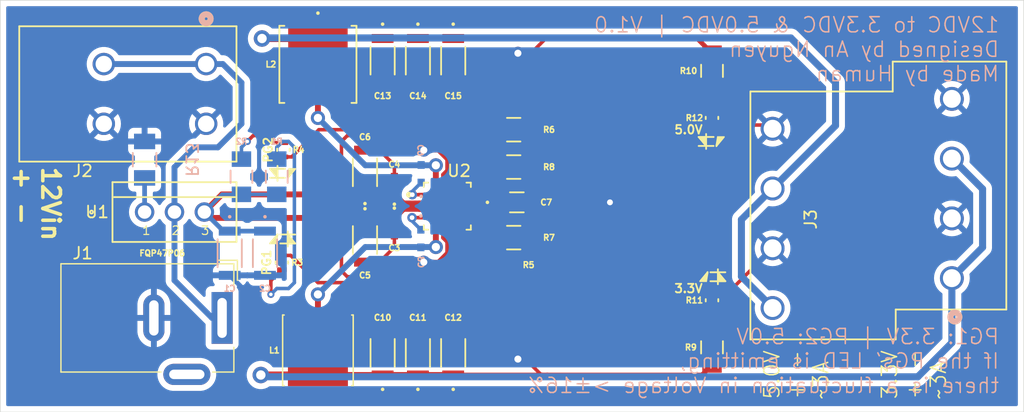
<source format=kicad_pcb>
(kicad_pcb (version 20240108) (generator "pcbnew") (generator_version "8.0")
  (layers (0 "F.Cu" signal) (31 "B.Cu" signal) (34 "B.Paste" user) (35 "F.Paste" user) (36 "B.SilkS" user "B.Silkscreen") (37 "F.SilkS" user "F.Silkscreen") (38 "B.Mask" user) (39 "F.Mask" user) (44 "Edge.Cuts" user))
  (net 0 "")
  (net 1 "VIN1")
  (net 2 "PGND1")
  (net 3 "Net-(U2-VREG5)")
  (net 4 "SW1")
  (net 5 "Net-(U2-VBST1)")
  (net 6 "SW2")
  (net 7 "Net-(U2-VBST2)")
  (net 8 "3.3V")
  (net 9 "5.0V")
  (net 10 "+12V")
  (net 11 "Net-(R1-Pad1)")
  (net 12 "Net-(R2-Pad1)")
  (net 13 "PG1")
  (net 14 "PG2")
  (net 15 "VFB1")
  (net 16 "VFB2")
  (net 17 "Net-(R11-Pad2)")
  (net 18 "Net-(R10-Pad1)")
  (net 19 "Net-(U1-G)")
  (footprint "Footprints:RC1206N_YAG-M" (layer "F.Cu") (at 118.5 61.4986 90)
    (property "Reference" "R10" (at 0 -2 0) (layer "F.SilkS") (effects (font (size 0.5 0.5) (thickness 0.125))))
    (property "Value" "162 Ohms" (hide yes))
    (pad "1" smd rect (at -1.4986 0 90) (size 1.3208 1.651) (layers "F.Cu" "F.Paste" "F.Mask") (net 18 "Net-(R10-Pad1)"))
    (pad "2" smd rect (at 1.4986 0 90) (size 1.3208 1.651) (layers "F.Cu" "F.Paste" "F.Mask") (net 9 "5.0V"))
  )
  (footprint "Footprints:IND_VLS6045EX-3R3N" (layer "F.Cu") (at 85 85.2534 -90)
    (property "Reference" "L1" (at 0 3.7 0) (layer "F.SilkS") (effects (font (size 0.5 0.5) (thickness 0.125))))
    (property "Value" "3.3µH")
    (pad "1" smd rect (at -2.1 0 270) (size 1.9 5.1) (layers "F.Cu" "F.Paste" "F.Mask") (net 4 "SW1"))
    (pad "2" smd rect (at 2.1 0 270) (size 1.9 5.1) (layers "F.Cu" "F.Paste" "F.Mask") (net 8 "3.3V"))
  )
  (footprint "Footprints:RES_TNPW1206_VIS-M" (layer "F.Cu") (at 101.643537 66.5 180)
    (property "Reference" "R6" (at -3 0 0) (layer "F.SilkS") (effects (font (size 0.5 0.5) (thickness 0.125))))
    (property "Value" "124kOhms" (hide yes))
    (pad "1" smd rect (at -1.5494 0 180) (size 1.3208 1.8034) (layers "F.Cu" "F.Paste" "F.Mask") (net 9 "5.0V"))
    (pad "2" smd rect (at 1.5494 0 180) (size 1.3208 1.8034) (layers "F.Cu" "F.Paste" "F.Mask") (net 16 "VFB2"))
  )
  (footprint "Footprints:RC1206N_YAG-M" (layer "F.Cu") (at 118.5 85 -90)
    (property "Reference" "R9" (at 0 1.8 0) (layer "F.SilkS") (effects (font (size 0.5 0.5) (thickness 0.125))))
    (property "Value" "73.2 Ohms" (hide yes))
    (pad "1" smd rect (at -1.4986 0 270) (size 1.3208 1.651) (layers "F.Cu" "F.Paste" "F.Mask") (net 17 "Net-(R11-Pad2)"))
    (pad "2" smd rect (at 1.4986 0 270) (size 1.3208 1.651) (layers "F.Cu" "F.Paste" "F.Mask") (net 8 "3.3V"))
  )
  (footprint "Footprints:LED_SMLD12_ROM" (layer "F.Cu") (at 82.0635 68.20955 90)
    (property "Reference" "R4" (at 0 1.3 0) (layer "F.SilkS") (effects (font (size 0.5 0.5) (thickness 0.125))))
    (property "Value" "SML-E12DWT86" (hide yes))
    (property "Description" "PG2" (at 0 -1.3 90) (layer "F.SilkS") (effects (font (size 0.729 0.729))))
    (pad "1" smd rect (at -0.60325 0 90) (size 0.3937 0.8128) (layers "F.Cu" "F.Paste" "F.Mask") (net 14 "PG2"))
    (pad "2" smd rect (at 0.60325 0 90) (size 0.3937 0.8128) (layers "F.Cu" "F.Paste" "F.Mask") (net 12 "Net-(R2-Pad1)"))
  )
  (footprint "Footprints:CAP_3216_TDK-M" (layer "F.Cu") (at 96.5 60.6279 -90)
    (property "Reference" "C15" (at 3 0 0) (layer "F.SilkS") (effects (font (size 0.5 0.5) (thickness 0.125))))
    (property "Value" "22µF" (hide yes))
    (pad "1" smd rect (at -1.8796 0 270) (size 0.762 1.8542) (layers "F.Cu" "F.Paste" "F.Mask") (net 9 "5.0V"))
    (pad "2" smd rect (at 1.8796 0 270) (size 0.762 1.8542) (layers "F.Cu" "F.Paste" "F.Mask") (net 2 "PGND1"))
  )
  (footprint "Footprints:CAP_1005_TDK-M" (layer "F.Cu") (at 91.5 71.2507 90)
    (property "Reference" "C4" (at 1.8 0 0) (layer "F.SilkS") (effects (font (size 0.5 0.5) (thickness 0.125))))
    (property "Value" "0.1µF" (hide yes))
    (pad "1" smd rect (at -0.7493 0 90) (size 0.6604 0.6096) (layers "F.Cu" "F.Paste" "F.Mask") (net 1 "VIN1"))
    (pad "2" smd rect (at 0.7493 0 90) (size 0.6604 0.6096) (layers "F.Cu" "F.Paste" "F.Mask") (net 2 "PGND1"))
  )
  (footprint "Footprints:RES_TNPW1206_VIS-M" (layer "F.Cu") (at 101.643537 69.674999)
    (property "Reference" "R8" (at 3 0 0) (layer "F.SilkS") (effects (font (size 0.5 0.5) (thickness 0.125))))
    (property "Value" "22.1kOhms" (hide yes))
    (pad "1" smd rect (at -1.5494 0) (size 1.3208 1.8034) (layers "F.Cu" "F.Paste" "F.Mask") (net 16 "VFB2"))
    (pad "2" smd rect (at 1.5494 0) (size 1.3208 1.8034) (layers "F.Cu" "F.Paste" "F.Mask") (net 2 "PGND1"))
  )
  (footprint "Footprints:CAP_3216_TDK-M" (layer "F.Cu") (at 96.5 85.4738 90)
    (property "Reference" "C12" (at 3 0 0) (layer "F.SilkS") (effects (font (size 0.5 0.5) (thickness 0.125))))
    (property "Value" "22µF" (hide yes))
    (pad "1" smd rect (at -1.8796 0 90) (size 0.762 1.8542) (layers "F.Cu" "F.Paste" "F.Mask") (net 8 "3.3V"))
    (pad "2" smd rect (at 1.8796 0 90) (size 0.762 1.8542) (layers "F.Cu" "F.Paste" "F.Mask") (net 2 "PGND1"))
  )
  (footprint "Footprints:IND_VLS6045EX-4R7M_TDK-M" (layer "F.Cu") (at 85 60.9454 -90)
    (property "Reference" "L2" (at 0 4 0) (layer "F.SilkS") (effects (font (size 0.5 0.5) (thickness 0.125))))
    (property "Value" "4.7µH")
    (pad "1" smd rect (at -2.1971 0 270) (size 2.0066 5.0546) (layers "F.Cu" "F.Paste" "F.Mask") (net 9 "5.0V"))
    (pad "2" smd rect (at 2.1971 0 270) (size 2.0066 5.0546) (layers "F.Cu" "F.Paste" "F.Mask") (net 6 "SW2"))
  )
  (footprint "Connector_BarrelJack:BarrelJack_Wuerth_6941xx301002" (layer "F.Cu") (at 76.855197 82.5 -90)
    (property "Reference" "J1" (at -5.5 11.855197 180) (layer "F.SilkS"))
    (property "Value" "Barrel_Jack_MountingPin" (hide yes))
    (pad "1" thru_hole rect (at 0 0 270) (size 4.4 1.8) (drill oval 3.4 0.8) (layers "*.Cu" "*.Mask") (net 10 "+12V"))
    (pad "2" thru_hole oval (at 0 5.8 270) (size 4 1.8) (drill oval 3 0.8) (layers "*.Cu" "*.Mask") (net 2 "PGND1"))
    (pad "3" thru_hole oval (at 4.8 3) (size 4 1.8) (drill oval 3 0.8) (layers "*.Cu" "*.Mask"))
  )
  (footprint "Footprints:CONN8_796692-4_TEC" (layer "F.Cu") (at 138.889998 79.12 90)
    (property "Reference" "J3" (at 5 -12 90) (layer "F.SilkS"))
    (property "Value" "796692-4")
    (pad "1" thru_hole circle (at 0 0 90) (size 2.032 2.032) (drill 1.524) (layers "*.Cu" "*.Mask") (net 8 "3.3V"))
    (pad "2" thru_hole circle (at 5.08 0 90) (size 2.032 2.032) (drill 1.524) (layers "*.Cu" "*.Mask") (net 2 "PGND1"))
    (pad "3" thru_hole circle (at 10.16 0 90) (size 2.032 2.032) (drill 1.524) (layers "*.Cu" "*.Mask") (net 8 "3.3V"))
    (pad "4" thru_hole circle (at 15.24 0 90) (size 2.032 2.032) (drill 1.524) (layers "*.Cu" "*.Mask") (net 2 "PGND1"))
    (pad "5" thru_hole circle (at -2.54 -15.24 90) (size 2.032 2.032) (drill 1.524) (layers "*.Cu" "*.Mask") (net 9 "5.0V"))
    (pad "6" thru_hole circle (at 2.54 -15.24 90) (size 2.032 2.032) (drill 1.524) (layers "*.Cu" "*.Mask") (net 2 "PGND1"))
    (pad "7" thru_hole circle (at 7.62 -15.24 90) (size 2.032 2.032) (drill 1.524) (layers "*.Cu" "*.Mask") (net 9 "5.0V"))
    (pad "8" thru_hole circle (at 12.7 -15.24 90) (size 2.032 2.032) (drill 1.524) (layers "*.Cu" "*.Mask") (net 2 "PGND1"))
  )
  (footprint "Footprints:CAP_3216_TDK-M" (layer "F.Cu") (at 89 70.1204 90)
    (property "Reference" "C6" (at 3 0 0) (layer "F.SilkS") (effects (font (size 0.5 0.5) (thickness 0.125))))
    (property "Value" "22µF" (hide yes))
    (pad "1" smd rect (at -1.8796 0 90) (size 0.762 1.8542) (layers "F.Cu" "F.Paste" "F.Mask") (net 1 "VIN1"))
    (pad "2" smd rect (at 1.8796 0 90) (size 0.762 1.8542) (layers "F.Cu" "F.Paste" "F.Mask") (net 2 "PGND1"))
  )
  (footprint "Footprints:LED_SMLD12_ROM" (layer "F.Cu") (at 118.5 81 -90)
    (property "Reference" "R11" (at 0 1.5 0) (layer "F.SilkS") (effects (font (size 0.5 0.5) (thickness 0.125))))
    (property "Value" "SML-E12DWT86" (hide yes))
    (property "Description" "3.3V" (at -1 2 180) (layer "F.SilkS") (effects (font (size 0.729 0.729))))
    (pad "1" smd rect (at -0.60325 0 270) (size 0.3937 0.8128) (layers "F.Cu" "F.Paste" "F.Mask") (net 2 "PGND1"))
    (pad "2" smd rect (at 0.60325 0 270) (size 0.3937 0.8128) (layers "F.Cu" "F.Paste" "F.Mask") (net 17 "Net-(R11-Pad2)"))
  )
  (footprint "Footprints:RSA0016B-IPC_A" (layer "F.Cu") (at 96 73)
    (property "Reference" "U2" (at 1 -3 0) (layer "F.SilkS"))
    (property "Value" "TPS54394RSAR" (hide yes))
    (pad "1" smd rect (at -2.003031 -0.974999 90) (size 0.315831 0.906066) (layers "F.Cu" "F.Paste" "F.Mask") (net 7 "Net-(U2-VBST2)"))
    (pad "2" smd rect (at -2.003031 -0.325001 90) (size 0.315831 0.906066) (layers "F.Cu" "F.Paste" "F.Mask") (net 1 "VIN1"))
    (pad "3" smd rect (at -2.003031 0.325001 90) (size 0.315831 0.906066) (layers "F.Cu" "F.Paste" "F.Mask") (net 1 "VIN1"))
    (pad "4" smd rect (at -2.003031 0.974999 90) (size 0.315831 0.906066) (layers "F.Cu" "F.Paste" "F.Mask") (net 5 "Net-(U2-VBST1)"))
    (pad "5" smd rect (at -0.974999 2.003031) (size 0.315831 0.906066) (layers "F.Cu" "F.Paste" "F.Mask") (net 4 "SW1"))
    (pad "6" smd rect (at -0.325001 2.003031) (size 0.315831 0.906066) (layers "F.Cu" "F.Paste" "F.Mask") (net 2 "PGND1"))
    (pad "7" smd rect (at 0.325001 2.003031) (size 0.315831 0.906066) (layers "F.Cu" "F.Paste" "F.Mask") (net 1 "VIN1"))
    (pad "8" smd rect (at 0.974999 2.003031) (size 0.315831 0.906066) (layers "F.Cu" "F.Paste" "F.Mask") (net 13 "PG1"))
    (pad "9" smd rect (at 2.003031 0.974999 90) (size 0.315831 0.906066) (layers "F.Cu" "F.Paste" "F.Mask") (net 15 "VFB1"))
    (pad "10" smd rect (at 2.003031 0.325001 90) (size 0.315831 0.906066) (layers "F.Cu" "F.Paste" "F.Mask") (net 2 "PGND1"))
    (pad "11" smd rect (at 2.003031 -0.325001 90) (size 0.315831 0.906066) (layers "F.Cu" "F.Paste" "F.Mask") (net 3 "Net-(U2-VREG5)"))
    (pad "12" smd rect (at 2.003031 -0.974999 90) (size 0.315831 0.906066) (layers "F.Cu" "F.Paste" "F.Mask") (net 16 "VFB2"))
    (pad "13" smd rect (at 0.974999 -2.003031) (size 0.315831 0.906066) (layers "F.Cu" "F.Paste" "F.Mask") (net 14 "PG2"))
    (pad "14" smd rect (at 0.325001 -2.003031) (size 0.315831 0.906066) (layers "F.Cu" "F.Paste" "F.Mask") (net 1 "VIN1"))
    (pad "15" smd rect (at -0.325001 -2.003031) (size 0.315831 0.906066) (layers "F.Cu" "F.Paste" "F.Mask") (net 2 "PGND1"))
    (pad "16" smd rect (at -0.974999 -2.003031) (size 0.315831 0.906066) (layers "F.Cu" "F.Paste" "F.Mask") (net 6 "SW2"))
    (pad "17" smd rect (at 0 0) (size 2.799999 2.799999) (layers "F.Cu" "F.Mask") (net 2 "PGND1"))
  )
  (footprint "Footprints:CAP_3216_TDK-M" (layer "F.Cu") (at 90.5 85.4738 90)
    (property "Reference" "C10" (at 3 0 0) (layer "F.SilkS") (effects (font (size 0.5 0.5) (thickness 0.125))))
    (property "Value" "22µF" (hide yes))
    (pad "1" smd rect (at -1.8796 0 90) (size 0.762 1.8542) (layers "F.Cu" "F.Paste" "F.Mask") (net 8 "3.3V"))
    (pad "2" smd rect (at 1.8796 0 90) (size 0.762 1.8542) (layers "F.Cu" "F.Paste" "F.Mask") (net 2 "PGND1"))
  )
  (footprint "Footprints:CAP_3216_TDK-M" (layer "F.Cu") (at 93.5 60.6279 -90)
    (property "Reference" "C14" (at 3 0 0) (layer "F.SilkS") (effects (font (size 0.5 0.5) (thickness 0.125))))
    (property "Value" "22µF" (hide yes))
    (pad "1" smd rect (at -1.8796 0 270) (size 0.762 1.8542) (layers "F.Cu" "F.Paste" "F.Mask") (net 9 "5.0V"))
    (pad "2" smd rect (at 1.8796 0 270) (size 0.762 1.8542) (layers "F.Cu" "F.Paste" "F.Mask") (net 2 "PGND1"))
  )
  (footprint "Footprints:CAP_3216_TDK-M" (layer "F.Cu") (at 90.5 60.6279 -90)
    (property "Reference" "C13" (at 3 0 0) (layer "F.SilkS") (effects (font (size 0.5 0.5) (thickness 0.125))))
    (property "Value" "22µF" (hide yes))
    (pad "1" smd rect (at -1.8796 0 270) (size 0.762 1.8542) (layers "F.Cu" "F.Paste" "F.Mask") (net 9 "5.0V"))
    (pad "2" smd rect (at 1.8796 0 270) (size 0.762 1.8542) (layers "F.Cu" "F.Paste" "F.Mask") (net 2 "PGND1"))
  )
  (footprint "Footprints:LED_SMLD12_ROM" (layer "F.Cu") (at 118.5 65.5 90)
    (property "Reference" "R12" (at 0 -1.5 0) (layer "F.SilkS") (effects (font (size 0.5 0.5) (thickness 0.125))))
    (property "Value" "SML-E12DWT86" (hide yes))
    (property "Description" "5.0V" (at -1 -2 180) (layer "F.SilkS") (effects (font (size 0.729 0.729))))
    (pad "1" smd rect (at -0.60325 0 90) (size 0.3937 0.8128) (layers "F.Cu" "F.Paste" "F.Mask") (net 2 "PGND1"))
    (pad "2" smd rect (at 0.60325 0 90) (size 0.3937 0.8128) (layers "F.Cu" "F.Paste" "F.Mask") (net 18 "Net-(R10-Pad1)"))
  )
  (footprint "Footprints:CAP_1005_TDK-M" (layer "F.Cu") (at 91.5 74.7493 -90)
    (property "Reference" "C3" (at 1.8 0 0) (layer "F.SilkS") (effects (font (size 0.5 0.5) (thickness 0.125))))
    (property "Value" "0.1µF" (hide yes))
    (pad "1" smd rect (at -0.7493 0 270) (size 0.6604 0.6096) (layers "F.Cu" "F.Paste" "F.Mask") (net 1 "VIN1"))
    (pad "2" smd rect (at 0.7493 0 270) (size 0.6604 0.6096) (layers "F.Cu" "F.Paste" "F.Mask") (net 2 "PGND1"))
  )
  (footprint "Footprints:CONN_1017491" (layer "F.Cu") (at 66.799998 66 -90)
    (property "Reference" "J2" (at 4 1.799998 0) (layer "F.SilkS"))
    (property "Value" "1017503")
    (pad "1" thru_hole circle (at -5.08 -8.700002 270) (size 1.905 1.905) (drill 1.397) (layers "*.Cu" "*.Mask") (net 10 "+12V"))
    (pad "2" thru_hole circle (at -5.08 0 270) (size 1.905 1.905) (drill 1.397) (layers "*.Cu" "*.Mask") (net 10 "+12V"))
    (pad "3" thru_hole circle (at 0 -8.700002 270) (size 1.905 1.905) (drill 1.397) (layers "*.Cu" "*.Mask") (net 2 "PGND1"))
    (pad "4" thru_hole circle (at 0 0 270) (size 1.905 1.905) (drill 1.397) (layers "*.Cu" "*.Mask") (net 2 "PGND1"))
  )
  (footprint "Footprints:RESC1608X55N" (layer "F.Cu") (at 100.908137 78 180)
    (property "Reference" "R5" (at -2 0 0) (layer "F.SilkS") (effects (font (size 0.5 0.5) (thickness 0.125))))
    (property "Value" "72.3kOhms" (hide yes))
    (pad "1" smd rect (at -0.814 0 180) (size 0.89 0.93) (layers "F.Cu" "F.Paste" "F.Mask") (net 8 "3.3V"))
    (pad "2" smd rect (at 0.814 0 180) (size 0.89 0.93) (layers "F.Cu" "F.Paste" "F.Mask") (net 15 "VFB1"))
  )
  (footprint "Footprints:CAP_3216_TDK-M" (layer "F.Cu") (at 89 75.8796 -90)
    (property "Reference" "C5" (at 3 0 0) (layer "F.SilkS") (effects (font (size 0.5 0.5) (thickness 0.125))))
    (property "Value" "22µF" (hide yes))
    (pad "1" smd rect (at -1.8796 0 270) (size 0.762 1.8542) (layers "F.Cu" "F.Paste" "F.Mask") (net 1 "VIN1"))
    (pad "2" smd rect (at 1.8796 0 270) (size 0.762 1.8542) (layers "F.Cu" "F.Paste" "F.Mask") (net 2 "PGND1"))
  )
  (footprint "Footprints:LED_SMLD12_ROM" (layer "F.Cu") (at 81.9365 77.79045 -90)
    (property "Reference" "R3" (at 0 -1.3 0) (layer "F.SilkS") (effects (font (size 0.5 0.5) (thickness 0.125))))
    (property "Value" "SML-E12DWT86" (hide yes))
    (property "Description" "PG1" (at 0 1.3 90) (layer "F.SilkS") (effects (font (size 0.729 0.729))))
    (pad "1" smd rect (at -0.60325 0 270) (size 0.3937 0.8128) (layers "F.Cu" "F.Paste" "F.Mask") (net 13 "PG1"))
    (pad "2" smd rect (at 0.60325 0 270) (size 0.3937 0.8128) (layers "F.Cu" "F.Paste" "F.Mask") (net 11 "Net-(R1-Pad1)"))
  )
  (footprint "Footprints:RES_TNPW1206_VIS-M" (layer "F.Cu") (at 101.643537 75.674999)
    (property "Reference" "R7" (at 3 0 0) (layer "F.SilkS") (effects (font (size 0.5 0.5) (thickness 0.125))))
    (property "Value" "22.1kOhms" (hide yes))
    (pad "1" smd rect (at -1.5494 0) (size 1.3208 1.8034) (layers "F.Cu" "F.Paste" "F.Mask") (net 15 "VFB1"))
    (pad "2" smd rect (at 1.5494 0) (size 1.3208 1.8034) (layers "F.Cu" "F.Paste" "F.Mask") (net 2 "PGND1"))
  )
  (footprint "Footprints:CAP_2012_TDK-M" (layer "F.Cu") (at 101.910237 72.674999)
    (property "Reference" "C7" (at 2.5 0 0) (layer "F.SilkS") (effects (font (size 0.5 0.5) (thickness 0.125))))
    (property "Value" "1µF" (hide yes))
    (pad "1" smd rect (at -1.2827 0) (size 0.762 1.4986) (layers "F.Cu" "F.Paste" "F.Mask") (net 3 "Net-(U2-VREG5)"))
    (pad "2" smd rect (at 1.2827 0) (size 0.762 1.4986) (layers "F.Cu" "F.Paste" "F.Mask") (net 2 "PGND1"))
  )
  (footprint "Footprints:TO220-3_ONS" (layer "F.Cu") (at 70.266497 73.5)
    (property "Reference" "U1" (at -4.04 0 0) (layer "F.SilkS"))
    (property "Value" "FQP47P06" (at 1.5 3.5 0) (layer "F.SilkS") (effects (font (size 0.5 0.5) (thickness 0.125))))
    (pad "1" thru_hole circle (at 0 0) (size 1.651 1.651) (drill 1.143) (layers "*.Cu" "*.Mask") (net 19 "Net-(U1-G)"))
    (pad "2" thru_hole circle (at 2.54 0) (size 1.651 1.651) (drill 1.143) (layers "*.Cu" "*.Mask") (net 10 "+12V"))
    (pad "3" thru_hole circle (at 5.08 0) (size 1.651 1.651) (drill 1.143) (layers "*.Cu" "*.Mask") (net 1 "VIN1"))
  )
  (footprint "Footprints:CAP_3216_TDK-M" (layer "F.Cu") (at 93.5 85.4738 90)
    (property "Reference" "C11" (at 3 0 0) (layer "F.SilkS") (effects (font (size 0.5 0.5) (thickness 0.125))))
    (property "Value" "22µF" (hide yes))
    (pad "1" smd rect (at -1.8796 0 90) (size 0.762 1.8542) (layers "F.Cu" "F.Paste" "F.Mask") (net 8 "3.3V"))
    (pad "2" smd rect (at 1.8796 0 90) (size 0.762 1.8542) (layers "F.Cu" "F.Paste" "F.Mask") (net 2 "PGND1"))
  )
  (footprint "Footprints:RES_TNPW1206_VIS-M" (layer "B.Cu") (at 70.266497 69.0494 90)
    (property "Reference" "R13" (at 0 4 -90) (layer "B.SilkS") (effects (justify mirror)))
    (property "Value" "22.1kOhms")
    (pad "1" smd rect (at -1.5494 0 90) (size 1.3208 1.8034) (layers "B.Cu" "B.Paste" "B.Mask") (net 19 "Net-(U1-G)"))
    (pad "2" smd rect (at 1.5494 0 90) (size 1.3208 1.8034) (layers "B.Cu" "B.Paste" "B.Mask") (net 2 "PGND1"))
    (zone (net 0) (net_name "") (layer "B.Cu") (connect_pads (clearance 0)) (min_thickness 0.254)
      (keepout (tracks not_allowed) (vias not_allowed) (pads allowed) (copperpour not_allowed) (footprints allowed))
      (fill (thermal_gap 0.508) (thermal_bridge_width 0.508))
      (polygon (pts (xy 71.091997 69.8876) (xy 71.091997 68.2112) (xy 69.440997 68.2112) (xy 69.440997 69.8876)))
    )
  )
  (footprint "Footprints:CAP_3216_TDK-M" (layer "B.Cu") (at 77.5 77 -90)
    (property "Reference" "C1" (at 3 0 0) (layer "B.SilkS") (effects (font (size 0.5 0.5) (thickness 0.125)) (justify mirror)))
    (property "Value" "47µF" (hide yes))
    (pad "1" smd rect (at -1.8796 0 270) (size 0.762 1.8542) (layers "B.Cu" "B.Paste" "B.Mask") (net 1 "VIN1"))
    (pad "2" smd rect (at 1.8796 0 270) (size 0.762 1.8542) (layers "B.Cu" "B.Paste" "B.Mask") (net 2 "PGND1"))
    (zone (net 0) (net_name "") (layer "B.Cu") (connect_pads (clearance 0)) (min_thickness 0.254)
      (keepout (tracks not_allowed) (vias not_allowed) (pads allowed) (copperpour not_allowed) (footprints allowed))
      (fill (thermal_gap 0.508) (thermal_bridge_width 0.508))
      (polygon (pts (xy 76.6491 75.5522) (xy 76.6491 78.4478) (xy 78.3509 78.4478) (xy 78.3509 75.5522)))
    )
  )
  (footprint "Footprints:CAP_1005_TDK-M" (layer "B.Cu") (at 93.774301 70.247669 90)
    (property "Reference" "C9" (at 2 0 90) (layer "B.SilkS") (effects (font (size 0.5 0.5) (thickness 0.125)) (justify mirror)))
    (property "Value" "0.1µF" (hide yes))
    (pad "1" smd rect (at -0.7493 0 90) (size 0.6604 0.6096) (layers "B.Cu" "B.Paste" "B.Mask") (net 7 "Net-(U2-VBST2)"))
    (pad "2" smd rect (at 0.7493 0 90) (size 0.6604 0.6096) (layers "B.Cu" "B.Paste" "B.Mask") (net 6 "SW2"))
    (zone (net 0) (net_name "") (layer "B.Cu") (connect_pads (clearance 0)) (min_thickness 0.254)
      (keepout (tracks not_allowed) (vias not_allowed) (pads allowed) (copperpour not_allowed) (footprints allowed))
      (fill (thermal_gap 0.508) (thermal_bridge_width 0.508))
      (polygon (pts (xy 94.002901 70.615969) (xy 94.002901 69.879369) (xy 93.545701 69.879369) (xy 93.545701 70.615969)))
    )
  )
  (footprint "Footprints:RC1206N_YAG-M" (layer "B.Cu") (at 81.5 70.4986 -90)
    (property "Reference" "R1" (at -3 0 0) (layer "B.SilkS") (effects (font (size 0.5 0.5) (thickness 0.125)) (justify mirror)))
    (property "Value" "560 Ohms" (hide yes))
    (pad "1" smd rect (at -1.4986 0 270) (size 1.3208 1.651) (layers "B.Cu" "B.Paste" "B.Mask") (net 11 "Net-(R1-Pad1)"))
    (pad "2" smd rect (at 1.4986 0 270) (size 1.3208 1.651) (layers "B.Cu" "B.Paste" "B.Mask") (net 1 "VIN1"))
    (zone (net 0) (net_name "") (layer "B.Cu") (connect_pads (clearance 0)) (min_thickness 0.254)
      (keepout (tracks not_allowed) (vias not_allowed) (pads allowed) (copperpour not_allowed) (footprints allowed))
      (fill (thermal_gap 0.508) (thermal_bridge_width 0.508))
      (polygon (pts (xy 80.7507 69.7112) (xy 80.7507 71.286) (xy 82.2493 71.286) (xy 82.2493 69.7112)))
    )
  )
  (footprint "Footprints:RC1206N_YAG-M" (layer "B.Cu") (at 78.5 70.4986 -90)
    (property "Reference" "R2" (at -3 0 0) (layer "B.SilkS") (effects (font (size 0.5 0.5) (thickness 0.125)) (justify mirror)))
    (property "Value" "560 Ohms" (hide yes))
    (pad "1" smd rect (at -1.4986 0 270) (size 1.3208 1.651) (layers "B.Cu" "B.Paste" "B.Mask") (net 12 "Net-(R2-Pad1)"))
    (pad "2" smd rect (at 1.4986 0 270) (size 1.3208 1.651) (layers "B.Cu" "B.Paste" "B.Mask") (net 1 "VIN1"))
    (zone (net 0) (net_name "") (layer "B.Cu") (connect_pads (clearance 0)) (min_thickness 0.254)
      (keepout (tracks not_allowed) (vias not_allowed) (pads allowed) (copperpour not_allowed) (footprints allowed))
      (fill (thermal_gap 0.508) (thermal_bridge_width 0.508))
      (polygon (pts (xy 77.7507 69.7112) (xy 77.7507 71.286) (xy 79.2493 71.286) (xy 79.2493 69.7112)))
    )
  )
  (footprint "Footprints:CAP_3216_TDK-M" (layer "B.Cu") (at 80.5 77 -90)
    (property "Reference" "C2" (at 3 0 0) (layer "B.SilkS") (effects (font (size 0.5 0.5) (thickness 0.125)) (justify mirror)))
    (property "Value" "47µF" (hide yes))
    (pad "1" smd rect (at -1.8796 0 270) (size 0.762 1.8542) (layers "B.Cu" "B.Paste" "B.Mask") (net 1 "VIN1"))
    (pad "2" smd rect (at 1.8796 0 270) (size 0.762 1.8542) (layers "B.Cu" "B.Paste" "B.Mask") (net 2 "PGND1"))
    (zone (net 0) (net_name "") (layer "B.Cu") (connect_pads (clearance 0)) (min_thickness 0.254)
      (keepout (tracks not_allowed) (vias not_allowed) (pads allowed) (copperpour not_allowed) (footprints allowed))
      (fill (thermal_gap 0.508) (thermal_bridge_width 0.508))
      (polygon (pts (xy 79.6491 75.5522) (xy 79.6491 78.4478) (xy 81.3509 78.4478) (xy 81.3509 75.5522)))
    )
  )
  (footprint "Footprints:CAP_1005_TDK-M" (layer "B.Cu") (at 93.7493 75.752331 -90)
    (property "Reference" "C8" (at 2 0 -90) (layer "B.SilkS") (effects (font (size 0.5 0.5) (thickness 0.125)) (justify mirror)))
    (property "Value" "0.1µF" (hide yes))
    (pad "1" smd rect (at -0.7493 0 270) (size 0.6604 0.6096) (layers "B.Cu" "B.Paste" "B.Mask") (net 5 "Net-(U2-VBST1)"))
    (pad "2" smd rect (at 0.7493 0 270) (size 0.6604 0.6096) (layers "B.Cu" "B.Paste" "B.Mask") (net 4 "SW1"))
    (zone (net 0) (net_name "") (layer "B.Cu") (connect_pads (clearance 0)) (min_thickness 0.254)
      (keepout (tracks not_allowed) (vias not_allowed) (pads allowed) (copperpour not_allowed) (footprints allowed))
      (fill (thermal_gap 0.508) (thermal_bridge_width 0.508))
      (polygon (pts (xy 93.5207 75.384031) (xy 93.5207 76.120631) (xy 93.9779 76.120631) (xy 93.9779 75.384031)))
    )
  )
  (gr_rect (start 58 55.5) (end 145 90.5) (stroke (width 0.05)) (fill none) (layer "Edge.Cuts"))
  (gr_text "12VDC to 3.3VDC & 5.0VDC | V1.0\nDesigned by An Nguyen\nMade by Human" (at 143 62.5 0) (layer "B.SilkS") (effects (font (size 1.29 1.29) (thickness 0.129)) (justify left bottom mirror)))
  (gr_text "PG1: 3.3V | PG2: 5.0V\nIf the PGs' LED is emitting, \nthere is a fluctuation in Voltage >±16%\n" (at 143 89 0) (layer "B.SilkS") (effects (font (size 1.29 1.29) (thickness 0.129)) (justify left bottom mirror)))
  (gr_text "1" (at 70 75.5 0) (layer "F.SilkS") (effects (font (size 0.729 0.729) (thickness 0.1)) (justify left bottom)))
  (gr_text "5.0V\n+ -\n~3A\n" (at 128.5 89.5 90) (layer "F.SilkS") (effects (font (size 1.29 1.29) (thickness 0.129)) (justify left bottom)))
  (gr_text "2" (at 72.5 75.5 0) (layer "F.SilkS") (effects (font (size 0.729 0.729) (thickness 0.1)) (justify left bottom)))
  (gr_text "3.3V\n+ -\n~3A" (at 138.5 89.5 90) (layer "F.SilkS") (effects (font (size 1.29 1.29) (thickness 0.129)) (justify left bottom)))
  (gr_text "3" (at 75 75.5 0) (layer "F.SilkS") (effects (font (size 0.729 0.729) (thickness 0.1)) (justify left bottom)))
  (gr_text "12Vin\n+ -" (at 59 69.5 270) (layer "F.SilkS") (effects (font (size 1.5 1.5) (thickness 0.3) (bold yes)) (justify left bottom)))
  (segment (start 91.5 74) (end 92.275001 73.224999) (width 0.5) (layer "F.Cu") (net 1))
  (segment (start 96.575001 70.202817) (end 96.325001 70.452817) (width 0.3) (layer "F.Cu") (net 1))
  (segment (start 91.5 72) (end 89 72) (width 0.5) (layer "F.Cu") (net 1))
  (segment (start 85.5 72) (end 87 70.5) (width 0.3) (layer "F.Cu") (net 1))
  (segment (start 89 72) (end 85.5 72) (width 0.5) (layer "F.Cu") (net 1))
  (segment (start 87.5 67) (end 94.98995 67) (width 0.3) (layer "F.Cu") (net 1))
  (segment (start 96.575001 77.414949) (end 96.575001 75.797184) (width 0.3) (layer "F.Cu") (net 1))
  (segment (start 76.846497 72) (end 75.346497 73.5) (width 0.5) (layer "F.Cu") (net 1))
  (segment (start 85.5 74) (end 87 75.5) (width 0.3) (layer "F.Cu") (net 1))
  (segment (start 87 75.5) (end 87 78.5) (width 0.3) (layer "F.Cu") (net 1))
  (segment (start 96.325001 70.452817) (end 96.325001 70.996969) (width 0.3) (layer "F.Cu") (net 1))
  (segment (start 96.325001 75.547184) (end 96.325001 75.003031) (width 0.3) (layer "F.Cu") (net 1))
  (segment (start 94.98995 67) (end 96.575001 68.585051) (width 0.3) (layer "F.Cu") (net 1))
  (segment (start 91.5 72) (end 92.275001 72.775001) (width 0.5) (layer "F.Cu") (net 1))
  (segment (start 92.275001 73.224999) (end 93.896967 73.224999) (width 0.5) (layer "F.Cu") (net 1))
  (segment (start 87 78.5) (end 87.5 79) (width 0.3) (layer "F.Cu") (net 1))
  (segment (start 96.575001 75.797184) (end 96.325001 75.547184) (width 0.3) (layer "F.Cu") (net 1))
  (segment (start 89 74) (end 91.5 74) (width 0.5) (layer "F.Cu") (net 1))
  (segment (start 87 70.5) (end 87 67.5) (width 0.3) (layer "F.Cu") (net 1))
  (segment (start 96.575001 68.585051) (end 96.575001 70.202817) (width 0.3) (layer "F.Cu") (net 1))
  (segment (start 94.98995 79) (end 96.575001 77.414949) (width 0.3) (layer "F.Cu") (net 1))
  (segment (start 92.275001 72.775001) (end 93.896967 72.775001) (width 0.5) (layer "F.Cu") (net 1))
  (segment (start 87 67.5) (end 87.5 67) (width 0.3) (layer "F.Cu") (net 1))
  (segment (start 93.896967 73.224999) (end 93.996969 73.325001) (width 0.5) (layer "F.Cu") (net 1))
  (segment (start 85.5 72) (end 76.846497 72) (width 0.5) (layer "F.Cu") (net 1))
  (segment (start 93.896967 72.775001) (end 93.996969 72.674999) (width 0.5) (layer "F.Cu") (net 1))
  (segment (start 75.846497 74) (end 75.346497 73.5) (width 0.5) (layer "F.Cu") (net 1))
  (segment (start 85.5 74) (end 75.846497 74) (width 0.5) (layer "F.Cu") (net 1))
  (segment (start 89 74) (end 85.5 74) (width 0.5) (layer "F.Cu") (net 1))
  (segment (start 87.5 79) (end 94.98995 79) (width 0.3) (layer "F.Cu") (net 1))
  (segment (start 80.5 75.1204) (end 77.5 75.1204) (width 0.4) (layer "B.Cu") (net 1))
  (segment (start 77.5 75.1204) (end 76.966897 75.1204) (width 0.4) (layer "B.Cu") (net 1))
  (segment (start 81.5 71.9972) (end 78.5 71.9972) (width 0.3) (layer "B.Cu") (net 1))
  (segment (start 76.849297 71.9972) (end 75.346497 73.5) (width 0.3) (layer "B.Cu") (net 1))
  (segment (start 78.5 71.9972) (end 76.849297 71.9972) (width 0.3) (layer "B.Cu") (net 1))
  (segment (start 76.966897 75.1204) (end 75.346497 73.5) (width 0.4) (layer "B.Cu") (net 1))
  (segment (start 96.025001 69.025001) (end 96.025001 69.974999) (width 0.4) (layer "F.Cu") (net 2))
  (segment (start 89 77.7592) (end 94 77.7592) (width 0.4) (layer "F.Cu") (net 2))
  (segment (start 103.192937 73.724299) (end 103.192937 72.674999) (width 0.3) (layer "F.Cu") (net 2))
  (segment (start 100 60) (end 97.4925 62.5075) (width 0.4) (layer "F.Cu") (net 2))
  (segment (start 118.60275 80.294) (end 119.935998 80.294) (width 0.3) (layer "F.Cu") (net 2))
  (segment (start 95.2408 77.7592) (end 96.025001 76.974999) (width 0.4) (layer "F.Cu") (net 2))
  (segment (start 102.742237 74.174999) (end 103.192937 73.724299) (width 0.3) (layer "F.Cu") (net 2))
  (segment (start 96.025001 76.974999) (end 96.025001 76.025001) (width 0.4) (layer "F.Cu") (net 2))
  (segment (start 103.192937 69.674999) (end 103.192937 75.674999) (width 0.3) (layer "F.Cu") (net 2))
  (segment (start 118.5 66.10325) (end 123.333248 66.10325) (width 0.3) (layer "F.Cu") (net 2))
  (segment (start 96.025001 69.974999) (end 95.674999 70.325001) (width 0.4) (layer "F.Cu") (net 2))
  (segment (start 118.5 80.39675) (end 118.60275 80.294) (width 0.3) (layer "F.Cu") (net 2))
  (segment (start 95.2408 68.2408) (end 96.025001 69.025001) (width 0.4) (layer "F.Cu") (net 2))
  (segment (start 90.2271 68.2408) (end 91.5 69.5137) (width 0.3) (layer "F.Cu") (net 2))
  (segment (start 95.674999 70.325001) (end 95.674999 70.996969) (width 0.4) (layer "F.Cu") (net 2))
  (segment (start 89 77.7592) (end 90.2271 77.7592) (width 0.3) (layer "F.Cu") (net 2))
  (segment (start 98.003031 73.325001) (end 96.325001 73.325001) (width 0.3) (layer "F.Cu") (net 2))
  (segment (start 90.5 62.5075) (end 96.5 62.5075) (width 0.4) (layer "F.Cu") (net 2))
  (segment (start 90.2271 77.7592) (end 91.5 76.4863) (width 0.3) (layer "F.Cu") (net 2))
  (segment (start 91.5 69.5137) (end 91.5 70.5014) (width 0.3) (layer "F.Cu") (net 2))
  (segment (start 123.333248 66.10325) (end 123.649998 66.42) (width 0.3) (layer "F.Cu") (net 2))
  (segment (start 119.935998 80.294) (end 123.649998 76.58) (width 0.3) (layer "F.Cu") (net 2))
  (segment (start 91.5 76.4863) (end 91.5 75.4986) (width 0.3) (layer "F.Cu") (net 2))
  (segment (start 100.297237 74.174999) (end 102.742237 74.174999) (width 0.3) (layer "F.Cu") (net 2))
  (segment (start 96.025001 76.025001) (end 95.675001 75.675001) (width 0.4) (layer "F.Cu") (net 2))
  (segment (start 89 68.2408) (end 90.2271 68.2408) (width 0.3) (layer "F.Cu") (net 2))
  (segment (start 97.4925 62.5075) (end 96.5 62.5075) (width 0.4) (layer "F.Cu") (net 2))
  (segment (start 102 86) (end 100 86) (width 0.4) (layer "F.Cu") (net 2))
  (segment (start 100 86) (end 97.5942 83.5942) (width 0.4) (layer "F.Cu") (net 2))
  (segment (start 99.447239 73.325001) (end 100.297237 74.174999) (width 0.3) (layer "F.Cu") (net 2))
  (segment (start 97.5942 83.5942) (end 96.5 83.5942) (width 0.4) (layer "F.Cu") (net 2))
  (segment (start 94 77.7592) (end 95.2408 77.7592) (width 0.4) (layer "F.Cu") (net 2))
  (segment (start 89 68.2408) (end 94 68.2408) (width 0.4) (layer "F.Cu") (net 2))
  (segment (start 98.003031 73.325001) (end 99.447239 73.325001) (width 0.3) (layer "F.Cu") (net 2))
  (segment (start 103.192937 72.674999) (end 109.825001 72.674999) (width 0.3) (layer "F.Cu") (net 2))
  (segment (start 102 60) (end 100 60) (width 0.4) (layer "F.Cu") (net 2))
  (segment (start 90.5 83.5942) (end 96.5 83.5942) (width 0.4) (layer "F.Cu") (net 2))
  (segment (start 96.325001 73.325001) (end 96 73) (width 0.3) (layer "F.Cu") (net 2))
  (segment (start 95.675001 75.675001) (end 95.675001 75.003031) (width 0.4) (layer "F.Cu") (net 2))
  (segment (start 94 68.2408) (end 95.2408 68.2408) (width 0.4) (layer "F.Cu") (net 2))
  (via (at 94 77.7592) (size 1.1) (drill 0.6) (layers "F.Cu" "B.Cu") (net 2))
  (via (at 94 68.2408) (size 1.1) (drill 0.6) (layers "F.Cu" "B.Cu") (net 2))
  (via (at 102 60) (size 1.1) (drill 0.6) (layers "F.Cu" "B.Cu") (net 2))
  (via (at 102 86) (size 1.1) (drill 0.6) (layers "F.Cu" "B.Cu") (net 2))
  (via (at 109.825001 72.674999) (size 0.9) (drill 0.5) (layers "F.Cu" "B.Cu") (net 2))
  (segment (start 79 84.5) (end 78 85.5) (width 0.4) (layer "B.Cu") (net 2))
  (segment (start 78 85.5) (end 75.5 85.5) (width 0.4) (layer "B.Cu") (net 2))
  (segment (start 77.5 78.8796) (end 79 80.3796) (width 0.4) (layer "B.Cu") (net 2))
  (segment (start 77.5 78.8796) (end 80.5 78.8796) (width 0.4) (layer "B.Cu") (net 2))
  (segment (start 72.5 82.5) (end 71.055197 82.5) (width 0.4) (layer "B.Cu") (net 2))
  (segment (start 75.5 85.5) (end 72.5 82.5) (width 0.4) (layer "B.Cu") (net 2))
  (segment (start 79 80.3796) (end 79 84.5) (width 0.4) (layer "B.Cu") (net 2))
  (segment (start 100.627537 72.674999) (end 98.003031 72.674999) (width 0.3) (layer "F.Cu") (net 3))
  (segment (start 85 83.1534) (end 85 80.5) (width 0.5) (layer "F.Cu") (net 4))
  (segment (start 95.025001 75.003031) (end 95.025001 76.474999) (width 0.5) (layer "F.Cu") (net 4))
  (via (at 95.025001 76.474999) (size 1.2) (drill 0.7) (layers "F.Cu" "B.Cu") (net 4))
  (via (at 85 80.5) (size 1.2) (drill 0.7) (layers "F.Cu" "B.Cu") (net 4))
  (segment (start 85 80.5) (end 89.025001 76.474999) (width 0.5) (layer "B.Cu") (net 4))
  (segment (start 89.025001 76.474999) (end 95.025001 76.474999) (width 0.5) (layer "B.Cu") (net 4))
  (segment (start 94.998369 76.501631) (end 95.025001 76.474999) (width 0.3) (layer "B.Cu") (net 4))
  (segment (start 93.996969 73.974999) (end 93.025001 73.974999) (width 0.3) (layer "F.Cu") (net 5))
  (via (at 93 73.974999) (size 0.8) (drill 0.4) (layers "F.Cu" "B.Cu") (net 5))
  (segment (start 93 73.974999) (end 93 74.253731) (width 0.3) (layer "B.Cu") (net 5))
  (segment (start 93 74.253731) (end 93.7493 75.003031) (width 0.3) (layer "B.Cu") (net 5))
  (segment (start 95.025001 70.996969) (end 95.025001 69.525001) (width 0.5) (layer "F.Cu") (net 6))
  (segment (start 85 63.1425) (end 85 65.5) (width 0.5) (layer "F.Cu") (net 6))
  (via (at 85 65.5) (size 1.2) (drill 0.7) (layers "F.Cu" "B.Cu") (net 6))
  (via (at 95.025001 69.525001) (size 1.2) (drill 0.7) (layers "F.Cu" "B.Cu") (net 6))
  (segment (start 85 65.5) (end 89.025001 69.525001) (width 0.5) (layer "B.Cu") (net 6))
  (segment (start 89.025001 69.525001) (end 95.025001 69.525001) (width 0.5) (layer "B.Cu") (net 6))
  (segment (start 94.998369 69.498369) (end 95.025001 69.525001) (width 0.3) (layer "B.Cu") (net 6))
  (segment (start 93.996969 72.025001) (end 93.025001 72.025001) (width 0.3) (layer "F.Cu") (net 7))
  (via (at 93.025001 72.025001) (size 0.8) (drill 0.4) (layers "F.Cu" "B.Cu") (net 7))
  (segment (start 93.025001 71.746269) (end 93.774301 70.996969) (width 0.3) (layer "B.Cu") (net 7))
  (segment (start 93.025001 72.025001) (end 93.025001 71.746269) (width 0.3) (layer "B.Cu") (net 7))
  (segment (start 103 78.5) (end 103 86.3534) (width 0.3) (layer "F.Cu") (net 8))
  (segment (start 117.6452 87.3534) (end 104.5 87.3534) (width 0.4) (layer "F.Cu") (net 8))
  (segment (start 101.722137 78) (end 102.5 78) (width 0.3) (layer "F.Cu") (net 8))
  (segment (start 104.5 87.3534) (end 104 87.3534) (width 0.4) (layer "F.Cu") (net 8))
  (segment (start 96.5 87.3534) (end 85 87.3534) (width 0.5) (layer "F.Cu") (net 8))
  (segment (start 103 86.3534) (end 104 87.3534) (width 0.3) (layer "F.Cu") (net 8))
  (segment (start 104 87.3534) (end 96.5 87.3534) (width 0.4) (layer "F.Cu") (net 8))
  (segment (start 118.5 86.4986) (end 117.6452 87.3534) (width 0.4) (layer "F.Cu") (net 8))
  (segment (start 85 87.3534) (end 80.1466 87.3534) (width 0.6) (layer "F.Cu") (net 8))
  (segment (start 102.5 78) (end 103 78.5) (width 0.3) (layer "F.Cu") (net 8))
  (via (at 80.1466 87.3534) (size 1.4) (drill 0.8) (layers "F.Cu" "B.Cu") (net 8))
  (segment (start 138.9 68.94) (end 141.5 71.54) (width 0.6) (layer "B.Cu") (net 8))
  (segment (start 141.5 71.54) (end 141.5 76.5) (width 0.6) (layer "B.Cu") (net 8))
  (segment (start 135.9966 87.5034) (end 138.889998 84.610002) (width 0.6) (layer "B.Cu") (net 8))
  (segment (start 138.889998 84.610002) (end 138.889998 79.12) (width 0.6) (layer "B.Cu") (net 8))
  (segment (start 80.1466 87.3534) (end 80.2966 87.5034) (width 0.6) (layer "B.Cu") (net 8))
  (segment (start 80.2966 87.5034) (end 135.9966 87.5034) (width 0.6) (layer "B.Cu") (net 8))
  (segment (start 141.5 76.5) (end 138.9 79.1) (width 0.6) (layer "B.Cu") (net 8))
  (segment (start 104.364781 58.7483) (end 104.5 58.7483) (width 0.3) (layer "F.Cu") (net 9))
  (segment (start 96.5 58.7483) (end 104.5 58.7483) (width 0.4) (layer "F.Cu") (net 9))
  (segment (start 96.5 58.7483) (end 85 58.7483) (width 0.5) (layer "F.Cu") (net 9))
  (segment (start 103.192937 66.5) (end 103.192937 59.920144) (width 0.3) (layer "F.Cu") (net 9))
  (segment (start 103.192937 59.920144) (end 104.364781 58.7483) (width 0.3) (layer "F.Cu") (net 9))
  (segment (start 117.2483 58.7483) (end 118.5 60) (width 0.4) (layer "F.Cu") (net 9))
  (segment (start 104.5 58.7483) (end 117.2483 58.7483) (width 0.4) (layer "F.Cu") (net 9))
  (segment (start 85 58.7483) (end 80.2483 58.7483) (width 0.6) (layer "F.Cu") (net 9))
  (via (at 80.2483 58.7483) (size 1.4) (drill 0.8) (layers "F.Cu" "B.Cu") (net 9))
  (segment (start 80.2483 58.7483) (end 80.2966 58.7) (width 0.6) (layer "B.Cu") (net 9))
  (segment (start 123.66 71.48) (end 121 74.14) (width 0.6) (layer "B.Cu") (net 9))
  (segment (start 125.2 58.7) (end 129 62.5) (width 0.6) (layer "B.Cu") (net 9))
  (segment (start 121 78.98) (end 123.66 81.64) (width 0.6) (layer "B.Cu") (net 9))
  (segment (start 80.2966 58.7) (end 125.2 58.7) (width 0.6) (layer "B.Cu") (net 9))
  (segment (start 121 74.14) (end 121 78.98) (width 0.6) (layer "B.Cu") (net 9))
  (segment (start 129 62.5) (end 129 66.149998) (width 0.6) (layer "B.Cu") (net 9))
  (segment (start 129 66.149998) (end 123.649998 71.5) (width 0.6) (layer "B.Cu") (net 9))
  (segment (start 76.5 68) (end 74.5 68) (width 0.5) (layer "B.Cu") (net 10))
  (segment (start 72.806497 79.306497) (end 76 82.5) (width 0.5) (layer "B.Cu") (net 10))
  (segment (start 78.5 66) (end 76.5 68) (width 0.5) (layer "B.Cu") (net 10))
  (segment (start 76 82.5) (end 76.855197 82.5) (width 0.5) (layer "B.Cu") (net 10))
  (segment (start 76.92 60.92) (end 78.5 62.5) (width 0.5) (layer "B.Cu") (net 10))
  (segment (start 72.806497 73.5) (end 72.806497 79.306497) (width 0.5) (layer "B.Cu") (net 10))
  (segment (start 75.5 60.92) (end 76.92 60.92) (width 0.5) (layer "B.Cu") (net 10))
  (segment (start 78.5 62.5) (end 78.5 66) (width 0.5) (layer "B.Cu") (net 10))
  (segment (start 72.806497 69.693503) (end 72.806497 73.5) (width 0.5) (layer "B.Cu") (net 10))
  (segment (start 74.5 68) (end 72.806497 69.693503) (width 0.5) (layer "B.Cu") (net 10))
  (segment (start 75.5 60.92) (end 66.799998 60.92) (width 0.5) (layer "B.Cu") (net 10))
  (segment (start 81 79.3302) (end 81.9365 78.3937) (width 0.3) (layer "F.Cu") (net 11))
  (segment (start 82 78.4572) (end 81.9365 78.3937) (width 0.3) (layer "F.Cu") (net 11))
  (segment (start 81 80.5) (end 81 79.3302) (width 0.3) (layer "F.Cu") (net 11))
  (via (at 81 80.5) (size 0.6) (drill 0.3) (layers "F.Cu" "B.Cu") (net 11))
  (segment (start 83 68) (end 83 68.5) (width 0.3) (layer "B.Cu") (net 11))
  (segment (start 82.5 80) (end 81.5 80) (width 0.3) (layer "B.Cu") (net 11))
  (segment (start 83 79.5) (end 82.5 80) (width 0.3) (layer "B.Cu") (net 11))
  (segment (start 83 68.5) (end 83 79.5) (width 0.3) (layer "B.Cu") (net 11))
  (segment (start 81.5 80) (end 81 80.5) (width 0.3) (layer "B.Cu") (net 11))
  (segment (start 82.5 67.5) (end 83 68) (width 0.3) (layer "B.Cu") (net 11))
  (segment (start 82 67.5) (end 82.5 67.5) (width 0.3) (layer "B.Cu") (net 11))
  (segment (start 81.5 68) (end 82 67.5) (width 0.3) (layer "B.Cu") (net 11))
  (segment (start 81.5 69) (end 81.5 68) (width 0.3) (layer "B.Cu") (net 11))
  (segment (start 80.5 67) (end 81.1063 67.6063) (width 0.3) (layer "F.Cu") (net 12))
  (segment (start 79 67.5) (end 79.5 67) (width 0.3) (layer "F.Cu") (net 12))
  (segment (start 79.5 67) (end 80.5 67) (width 0.3) (layer "F.Cu") (net 12))
  (segment (start 81.1063 67.6063) (end 82.0635 67.6063) (width 0.3) (layer "F.Cu") (net 12))
  (via (at 79 67.5) (size 0.6) (drill 0.3) (layers "F.Cu" "B.Cu") (net 12))
  (segment (start 78.5 69) (end 78.5 68) (width 0.3) (layer "B.Cu") (net 12))
  (segment (start 78.5 68) (end 79 67.5) (width 0.3) (layer "B.Cu") (net 12))
  (segment (start 85 79.5) (end 82.6872 77.1872) (width 0.3) (layer "F.Cu") (net 13))
  (segment (start 97.075001 75.103033) (end 96.974999 75.003031) (width 0.3) (layer "F.Cu") (net 13))
  (segment (start 97.075001 77.924999) (end 97.075001 75.103033) (width 0.3) (layer "F.Cu") (net 13))
  (segment (start 82.6872 77.1872) (end 81.9365 77.1872) (width 0.3) (layer "F.Cu") (net 13))
  (segment (start 95.5 79.5) (end 97.075001 77.924999) (width 0.3) (layer "F.Cu") (net 13))
  (segment (start 95.5 79.5) (end 85 79.5) (width 0.3) (layer "F.Cu") (net 13))
  (segment (start 97.075001 70.896967) (end 96.974999 70.996969) (width 0.3) (layer "F.Cu") (net 14))
  (segment (start 95.197057 66.5) (end 85.0827 66.5) (width 0.3) (layer "F.Cu") (net 14))
  (segment (start 95.197057 66.5) (end 97.075001 68.377944) (width 0.3) (layer "F.Cu") (net 14))
  (segment (start 97.075001 68.377944) (end 97.075001 70.896967) (width 0.3) (layer "F.Cu") (net 14))
  (segment (start 85.0827 66.5) (end 82.7699 68.8128) (width 0.3) (layer "F.Cu") (net 14))
  (segment (start 82.7699 68.8128) (end 82.0635 68.8128) (width 0.3) (layer "F.Cu") (net 14))
  (segment (start 98.394137 73.974999) (end 100.094137 75.674999) (width 0.3) (layer "F.Cu") (net 15))
  (segment (start 100.094137 75.674999) (end 100.094137 78) (width 0.3) (layer "F.Cu") (net 15))
  (segment (start 98.003031 73.974999) (end 98.394137 73.974999) (width 0.3) (layer "F.Cu") (net 15))
  (segment (start 98.444139 72.025001) (end 100.094137 70.375003) (width 0.3) (layer "F.Cu") (net 16))
  (segment (start 100.094137 70.375003) (end 100.094137 69.674999) (width 0.3) (layer "F.Cu") (net 16))
  (segment (start 100.094137 66.5) (end 100.094137 69.674999) (width 0.3) (layer "F.Cu") (net 16))
  (segment (start 98.003031 72.025001) (end 98.444139 72.025001) (width 0.3) (layer "F.Cu") (net 16))
  (segment (start 118.5 81.60325) (end 118.5 83.5014) (width 0.3) (layer "F.Cu") (net 17))
  (segment (start 118.5 62.9972) (end 118.5 64.89675) (width 0.3) (layer "F.Cu") (net 18))
  (segment (start 70.266497 70.5988) (end 70.266497 73.5) (width 0.4) (layer "B.Cu") (net 19))
  (zone (net 2) (net_name "PGND1") (layer "B.Cu") (priority 2) (connect_pads (clearance 0.5)) (min_thickness 0.25) (fill yes (thermal_gap 0.5) (thermal_bridge_width 0.5))
    (polygon (pts (xy 58 55.5) (xy 58 90.5) (xy 145 90.5) (xy 145 55.5)))
  )
)
</source>
